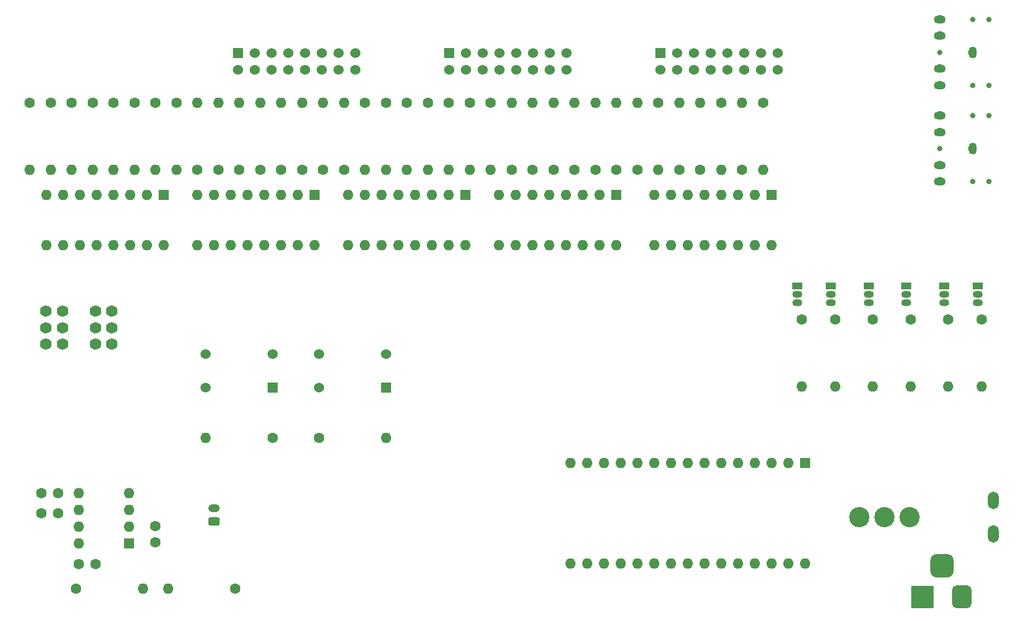
<source format=gts>
G04 #@! TF.GenerationSoftware,KiCad,Pcbnew,(5.1.9)-1*
G04 #@! TF.CreationDate,2023-03-31T17:31:40-07:00*
G04 #@! TF.ProjectId,ECE5 v2,45434535-2076-4322-9e6b-696361645f70,rev?*
G04 #@! TF.SameCoordinates,Original*
G04 #@! TF.FileFunction,Soldermask,Top*
G04 #@! TF.FilePolarity,Negative*
%FSLAX46Y46*%
G04 Gerber Fmt 4.6, Leading zero omitted, Abs format (unit mm)*
G04 Created by KiCad (PCBNEW (5.1.9)-1) date 2023-03-31 17:31:40*
%MOMM*%
%LPD*%
G01*
G04 APERTURE LIST*
%ADD10R,3.500000X3.500000*%
%ADD11O,1.600000X1.600000*%
%ADD12R,1.600000X1.600000*%
%ADD13C,1.600000*%
%ADD14C,1.524000*%
%ADD15R,1.524000X1.524000*%
%ADD16C,0.800000*%
%ADD17O,1.778000X1.270000*%
%ADD18O,1.270000X1.778000*%
%ADD19O,1.750000X1.200000*%
%ADD20R,1.500000X1.050000*%
%ADD21O,1.500000X1.050000*%
%ADD22C,1.762000*%
%ADD23C,3.070000*%
%ADD24O,1.662000X2.662000*%
G04 APERTURE END LIST*
D10*
X167795000Y-120805000D03*
G36*
G01*
X175295000Y-119805000D02*
X175295000Y-121805000D01*
G75*
G02*
X174545000Y-122555000I-750000J0D01*
G01*
X173045000Y-122555000D01*
G75*
G02*
X172295000Y-121805000I0J750000D01*
G01*
X172295000Y-119805000D01*
G75*
G02*
X173045000Y-119055000I750000J0D01*
G01*
X174545000Y-119055000D01*
G75*
G02*
X175295000Y-119805000I0J-750000D01*
G01*
G37*
G36*
G01*
X172545000Y-115230000D02*
X172545000Y-116980000D01*
G75*
G02*
X171670000Y-117855000I-875000J0D01*
G01*
X169920000Y-117855000D01*
G75*
G02*
X169045000Y-116980000I0J875000D01*
G01*
X169045000Y-115230000D01*
G75*
G02*
X169920000Y-114355000I875000J0D01*
G01*
X171670000Y-114355000D01*
G75*
G02*
X172545000Y-115230000I0J-875000D01*
G01*
G37*
D11*
X121440000Y-67465000D03*
X103660000Y-59845000D03*
X118900000Y-67465000D03*
X106200000Y-59845000D03*
X116360000Y-67465000D03*
X108740000Y-59845000D03*
X113820000Y-67465000D03*
X111280000Y-59845000D03*
X111280000Y-67465000D03*
X113820000Y-59845000D03*
X108740000Y-67465000D03*
X116360000Y-59845000D03*
X106200000Y-67465000D03*
X118900000Y-59845000D03*
X103660000Y-67465000D03*
D12*
X121440000Y-59845000D03*
D13*
X39525000Y-119535000D03*
D11*
X49685000Y-119535000D03*
D14*
X59210000Y-89055000D03*
X59210000Y-83975000D03*
D15*
X69370000Y-89055000D03*
D14*
X69370000Y-83975000D03*
D12*
X150015000Y-100485000D03*
D11*
X116995000Y-115725000D03*
X147475000Y-100485000D03*
X119535000Y-115725000D03*
X144935000Y-100485000D03*
X122075000Y-115725000D03*
X142395000Y-100485000D03*
X124615000Y-115725000D03*
X139855000Y-100485000D03*
X127155000Y-115725000D03*
X137315000Y-100485000D03*
X129695000Y-115725000D03*
X134775000Y-100485000D03*
X132235000Y-115725000D03*
X132235000Y-100485000D03*
X134775000Y-115725000D03*
X129695000Y-100485000D03*
X137315000Y-115725000D03*
X127155000Y-100485000D03*
X139855000Y-115725000D03*
X124615000Y-100485000D03*
X142395000Y-115725000D03*
X122075000Y-100485000D03*
X144935000Y-115725000D03*
X119535000Y-100485000D03*
X147475000Y-115725000D03*
X116995000Y-100485000D03*
X150015000Y-115725000D03*
X114455000Y-100485000D03*
X114455000Y-115725000D03*
D13*
X36830000Y-105085000D03*
X34330000Y-105085000D03*
X40005000Y-115880000D03*
X42505000Y-115880000D03*
X51590000Y-110050000D03*
X51590000Y-112550000D03*
X36830000Y-108105000D03*
X34330000Y-108105000D03*
D16*
X177915000Y-33255000D03*
X175415000Y-33255000D03*
X177915000Y-43255000D03*
X175415000Y-43255000D03*
X170415000Y-38255000D03*
D17*
X170415000Y-33255000D03*
X170415000Y-35755000D03*
X170415000Y-40755000D03*
X170415000Y-43255000D03*
D18*
X175415000Y-38255000D03*
X175415000Y-52860000D03*
D17*
X170415000Y-57860000D03*
X170415000Y-55360000D03*
X170415000Y-50360000D03*
X170415000Y-47860000D03*
D16*
X170415000Y-52860000D03*
X175415000Y-57860000D03*
X177915000Y-57860000D03*
X175415000Y-47860000D03*
X177915000Y-47860000D03*
D14*
X74269914Y-40900000D03*
X71729914Y-40900000D03*
X76809914Y-40900000D03*
X79349914Y-40900000D03*
X81889914Y-40900000D03*
X69189914Y-40900000D03*
X66649914Y-40900000D03*
X64109914Y-40900000D03*
X74269914Y-38360000D03*
X76809914Y-38360000D03*
X71729914Y-38360000D03*
X79349914Y-38360000D03*
X81889914Y-38360000D03*
X69189914Y-38360000D03*
X66649914Y-38360000D03*
D15*
X64109914Y-38360000D03*
D14*
X106270000Y-40900000D03*
X103730000Y-40900000D03*
X108810000Y-40900000D03*
X111350000Y-40900000D03*
X113890000Y-40900000D03*
X101190000Y-40900000D03*
X98650000Y-40900000D03*
X96110000Y-40900000D03*
X106270000Y-38360000D03*
X108810000Y-38360000D03*
X103730000Y-38360000D03*
X111350000Y-38360000D03*
X113890000Y-38360000D03*
X101190000Y-38360000D03*
X98650000Y-38360000D03*
D15*
X96110000Y-38360000D03*
X128110086Y-38360000D03*
D14*
X130650086Y-38360000D03*
X133190086Y-38360000D03*
X145890086Y-38360000D03*
X143350086Y-38360000D03*
X135730086Y-38360000D03*
X140810086Y-38360000D03*
X138270086Y-38360000D03*
X128110086Y-40900000D03*
X130650086Y-40900000D03*
X133190086Y-40900000D03*
X145890086Y-40900000D03*
X143350086Y-40900000D03*
X140810086Y-40900000D03*
X135730086Y-40900000D03*
X138270086Y-40900000D03*
G36*
G01*
X61105001Y-109975000D02*
X59854999Y-109975000D01*
G75*
G02*
X59605000Y-109725001I0J249999D01*
G01*
X59605000Y-109024999D01*
G75*
G02*
X59854999Y-108775000I249999J0D01*
G01*
X61105001Y-108775000D01*
G75*
G02*
X61355000Y-109024999I0J-249999D01*
G01*
X61355000Y-109725001D01*
G75*
G02*
X61105001Y-109975000I-249999J0D01*
G01*
G37*
D19*
X60480000Y-107375000D03*
D20*
X148900000Y-73660000D03*
D21*
X148900000Y-76200000D03*
X148900000Y-74930000D03*
D20*
X171125000Y-73660000D03*
D21*
X171125000Y-76200000D03*
X171125000Y-74930000D03*
X176205000Y-74930000D03*
X176205000Y-76200000D03*
D20*
X176205000Y-73660000D03*
D21*
X153980000Y-74930000D03*
X153980000Y-76200000D03*
D20*
X153980000Y-73660000D03*
X159695000Y-73660000D03*
D21*
X159695000Y-76200000D03*
X159695000Y-74930000D03*
X165410000Y-74930000D03*
X165410000Y-76200000D03*
D20*
X165410000Y-73660000D03*
D13*
X57940000Y-56035000D03*
D11*
X57940000Y-45875000D03*
X54765000Y-56035000D03*
D13*
X54765000Y-45875000D03*
D11*
X61115000Y-45875000D03*
D13*
X61115000Y-56035000D03*
D11*
X51590000Y-56035000D03*
D13*
X51590000Y-45875000D03*
X64290000Y-56035000D03*
D11*
X64290000Y-45875000D03*
D13*
X48415000Y-45875000D03*
D11*
X48415000Y-56035000D03*
X67465000Y-45875000D03*
D13*
X67465000Y-56035000D03*
D11*
X45240000Y-56035000D03*
D13*
X45240000Y-45875000D03*
X70640000Y-56035000D03*
D11*
X70640000Y-45875000D03*
D13*
X42065000Y-45875000D03*
D11*
X42065000Y-56035000D03*
X73815000Y-45875000D03*
D13*
X73815000Y-56035000D03*
D11*
X38890000Y-56035000D03*
D13*
X38890000Y-45875000D03*
X76355000Y-96675000D03*
D11*
X86515000Y-96675000D03*
X59210000Y-96675000D03*
D13*
X69370000Y-96675000D03*
X76990000Y-56035000D03*
D11*
X76990000Y-45875000D03*
D13*
X35715000Y-45875000D03*
D11*
X35715000Y-56035000D03*
X80165000Y-45875000D03*
D13*
X80165000Y-56035000D03*
D11*
X32540000Y-56035000D03*
D13*
X32540000Y-45875000D03*
X63655000Y-119535000D03*
D11*
X53495000Y-119535000D03*
X105565000Y-45875000D03*
D13*
X105565000Y-56035000D03*
X102390000Y-45875000D03*
D11*
X102390000Y-56035000D03*
D13*
X108740000Y-56035000D03*
D11*
X108740000Y-45875000D03*
D13*
X99215000Y-45875000D03*
D11*
X99215000Y-56035000D03*
D13*
X111915000Y-56035000D03*
D11*
X111915000Y-45875000D03*
D13*
X96040000Y-45875000D03*
D11*
X96040000Y-56035000D03*
X115090000Y-45875000D03*
D13*
X115090000Y-56035000D03*
D11*
X92865000Y-56035000D03*
D13*
X92865000Y-45875000D03*
D11*
X118265000Y-45875000D03*
D13*
X118265000Y-56035000D03*
D11*
X89690000Y-56035000D03*
D13*
X89690000Y-45875000D03*
X121440000Y-56035000D03*
D11*
X121440000Y-45875000D03*
X86515000Y-56035000D03*
D13*
X86515000Y-45875000D03*
D11*
X124615000Y-45875000D03*
D13*
X124615000Y-56035000D03*
X83340000Y-45875000D03*
D11*
X83340000Y-56035000D03*
X130965000Y-45875000D03*
D13*
X130965000Y-56035000D03*
D11*
X127790000Y-56035000D03*
D13*
X127790000Y-45875000D03*
X134140000Y-56035000D03*
D11*
X134140000Y-45875000D03*
D13*
X137315000Y-45875000D03*
D11*
X137315000Y-56035000D03*
X140490000Y-45875000D03*
D13*
X140490000Y-56035000D03*
D11*
X143665000Y-56035000D03*
D13*
X143665000Y-45875000D03*
X149535000Y-78740000D03*
D11*
X149535000Y-88900000D03*
X171760000Y-88900000D03*
D13*
X171760000Y-78740000D03*
X176840000Y-78740000D03*
D11*
X176840000Y-88900000D03*
D13*
X154615000Y-78740000D03*
D11*
X154615000Y-88900000D03*
X160330000Y-88900000D03*
D13*
X160330000Y-78740000D03*
X166045000Y-78740000D03*
D11*
X166045000Y-88900000D03*
D22*
X42494900Y-79999900D03*
X42494900Y-77499900D03*
X42494900Y-82499900D03*
X44994900Y-77499900D03*
X44994900Y-79999900D03*
X44994900Y-82499900D03*
X37494900Y-82499900D03*
X34994900Y-77499900D03*
X34994900Y-79999900D03*
X37494900Y-79999900D03*
X34994900Y-82499900D03*
X37494900Y-77499900D03*
D23*
X165890000Y-108740000D03*
X162080000Y-108740000D03*
X158270000Y-108740000D03*
D24*
X178590000Y-111280000D03*
X178590000Y-106200000D03*
D14*
X86515000Y-83975000D03*
D15*
X86515000Y-89055000D03*
D14*
X76355000Y-83975000D03*
X76355000Y-89055000D03*
D12*
X75720000Y-59845000D03*
D11*
X57940000Y-67465000D03*
X73180000Y-59845000D03*
X60480000Y-67465000D03*
X70640000Y-59845000D03*
X63020000Y-67465000D03*
X68100000Y-59845000D03*
X65560000Y-67465000D03*
X65560000Y-59845000D03*
X68100000Y-67465000D03*
X63020000Y-59845000D03*
X70640000Y-67465000D03*
X60480000Y-59845000D03*
X73180000Y-67465000D03*
X57940000Y-59845000D03*
X75720000Y-67465000D03*
X52860000Y-67465000D03*
X35080000Y-59845000D03*
X50320000Y-67465000D03*
X37620000Y-59845000D03*
X47780000Y-67465000D03*
X40160000Y-59845000D03*
X45240000Y-67465000D03*
X42700000Y-59845000D03*
X42700000Y-67465000D03*
X45240000Y-59845000D03*
X40160000Y-67465000D03*
X47780000Y-59845000D03*
X37620000Y-67465000D03*
X50320000Y-59845000D03*
X35080000Y-67465000D03*
D12*
X52860000Y-59845000D03*
X47625000Y-112705000D03*
D11*
X40005000Y-105085000D03*
X47625000Y-110165000D03*
X40005000Y-107625000D03*
X47625000Y-107625000D03*
X40005000Y-110165000D03*
X47625000Y-105085000D03*
X40005000Y-112705000D03*
D12*
X98580000Y-59845000D03*
D11*
X80800000Y-67465000D03*
X96040000Y-59845000D03*
X83340000Y-67465000D03*
X93500000Y-59845000D03*
X85880000Y-67465000D03*
X90960000Y-59845000D03*
X88420000Y-67465000D03*
X88420000Y-59845000D03*
X90960000Y-67465000D03*
X85880000Y-59845000D03*
X93500000Y-67465000D03*
X83340000Y-59845000D03*
X96040000Y-67465000D03*
X80800000Y-59845000D03*
X98580000Y-67465000D03*
D12*
X144935000Y-59845000D03*
D11*
X127155000Y-67465000D03*
X142395000Y-59845000D03*
X129695000Y-67465000D03*
X139855000Y-59845000D03*
X132235000Y-67465000D03*
X137315000Y-59845000D03*
X134775000Y-67465000D03*
X134775000Y-59845000D03*
X137315000Y-67465000D03*
X132235000Y-59845000D03*
X139855000Y-67465000D03*
X129695000Y-59845000D03*
X142395000Y-67465000D03*
X127155000Y-59845000D03*
X144935000Y-67465000D03*
M02*

</source>
